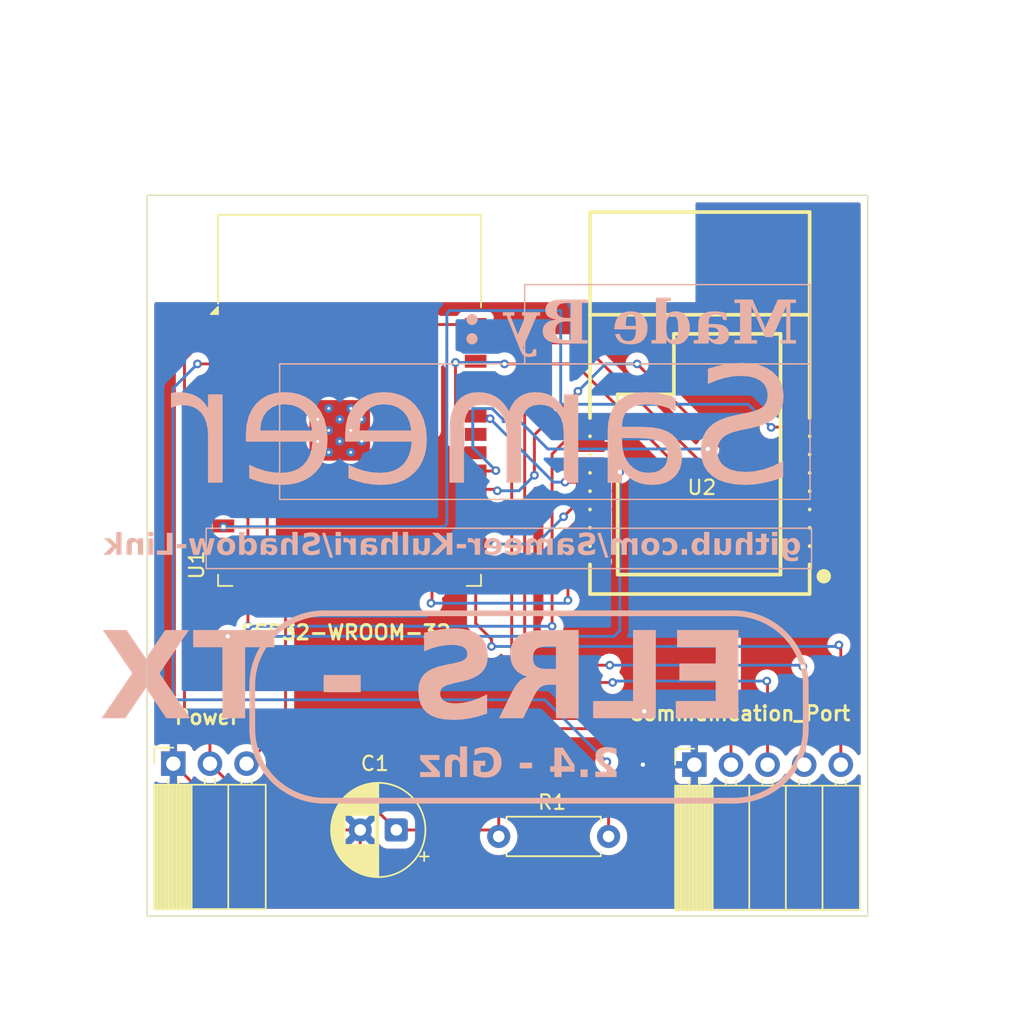
<source format=kicad_pcb>
(kicad_pcb (version 20241229) (generator "pcbnew") (generator_version "9.0")
  (layers (0 "F.Cu" signal) (2 "B.Cu" signal) (13 "F.Paste" user) (15 "B.Paste" user) (5 "F.SilkS" user "F.Silkscreen") (7 "B.SilkS" user "B.Silkscreen") (1 "F.Mask" user) (3 "B.Mask" user) (25 "Edge.Cuts" user))
  (net 0 "")
  (net 1 "GND")
  (net 2 "+3V3")
  (net 3 "/SPORT")
  (net 4 "Net-(U1-EN)")
  (net 5 "Net-(U1-GND-Pad1)")
  (net 6 "/TX")
  (net 7 "/BUSY")
  (net 9 "/SCK")
  (net 10 "/TX_EN")
  (net 11 "/MISO")
  (net 12 "/NRESET")
  (net 13 "/RX")
  (net 15 "/DI02")
  (net 20 "/NSS")
  (net 21 "/BOOT0")
  (net 32 "/MOSI")
  (net 33 "/RX_EN")
  (net 34 "/DI01")
  (footprint "Connector_PinSocket_2.54mm:PinSocket_1x03_P2.54mm_Horizontal" (layer "F.Cu") (at 74.155 101.345 90)
    (property "Reference" "Power" (at 3.22 2.335 180) (layer "F.SilkS") (effects (font (thickness 0.2) (bold yes))))
    (property "Value" "Conn_01x03_Socket" (hide yes))
    (pad "1" thru_hole rect (at 0 0 90) (size 1.7 1.7) (drill 1) (layers "*.Cu" "*.Mask") (net 1 "GND"))
    (pad "2" thru_hole circle (at 0 2.54 90) (size 1.7 1.7) (drill 1) (layers "*.Cu" "*.Mask") (net 2 "+3V3"))
    (pad "3" thru_hole circle (at 0 5.08 90) (size 1.7 1.7) (drill 1) (layers "*.Cu" "*.Mask") (net 3 "/SPORT"))
  )
  (footprint "RF_Module:ESP32-WROOM-32" (layer "F.Cu") (at 86.38 79.135)
    (property "Reference" "U1" (at -10.61 8.43 90) (layer "F.SilkS"))
    (property "Value" "ESP32-WROOM-32" (at -0.26 13.11 0) (layer "F.SilkS") (effects (font (thickness 0.2) (bold yes))))
    (pad "1" smd rect (at -8.75 -8.25) (size 1.5 0.9) (layers "F.Cu" "F.Mask" "F.Paste") (net 5 "Net-(U1-GND-Pad1)"))
    (pad "2" smd rect (at -8.75 -6.98) (size 1.5 0.9) (layers "F.Cu" "F.Mask" "F.Paste") (net 2 "+3V3"))
    (pad "3" smd rect (at -8.75 -5.71) (size 1.5 0.9) (layers "F.Cu" "F.Mask" "F.Paste") (net 4 "Net-(U1-EN)"))
    (pad "4" smd rect (at -8.75 -4.44) (size 1.5 0.9) (layers "F.Cu" "F.Mask" "F.Paste"))
    (pad "5" smd rect (at -8.75 -3.17) (size 1.5 0.9) (layers "F.Cu" "F.Mask" "F.Paste"))
    (pad "6" smd rect (at -8.75 -1.9) (size 1.5 0.9) (layers "F.Cu" "F.Mask" "F.Paste"))
    (pad "7" smd rect (at -8.75 -0.63) (size 1.5 0.9) (layers "F.Cu" "F.Mask" "F.Paste"))
    (pad "8" smd rect (at -8.75 0.64) (size 1.5 0.9) (layers "F.Cu" "F.Mask" "F.Paste"))
    (pad "9" smd rect (at -8.75 1.91) (size 1.5 0.9) (layers "F.Cu" "F.Mask" "F.Paste"))
    (pad "10" smd rect (at -8.75 3.18) (size 1.5 0.9) (layers "F.Cu" "F.Mask" "F.Paste"))
    (pad "11" smd rect (at -8.75 4.45) (size 1.5 0.9) (layers "F.Cu" "F.Mask" "F.Paste") (net 10 "/TX_EN"))
    (pad "12" smd rect (at -8.75 5.72) (size 1.5 0.9) (layers "F.Cu" "F.Mask" "F.Paste") (net 33 "/RX_EN"))
    (pad "13" smd rect (at -8.75 6.99) (size 1.5 0.9) (layers "F.Cu" "F.Mask" "F.Paste") (net 12 "/NRESET"))
    (pad "14" smd rect (at -8.75 8.26) (size 1.5 0.9) (layers "F.Cu" "F.Mask" "F.Paste"))
    (pad "15" smd rect (at -5.71 9.51 90) (size 1.5 0.9) (layers "F.Cu" "F.Mask" "F.Paste") (net 5 "Net-(U1-GND-Pad1)"))
    (pad "16" smd rect (at -4.44 9.51 90) (size 1.5 0.9) (layers "F.Cu" "F.Mask" "F.Paste") (net 3 "/SPORT"))
    (pad "17" smd rect (at -3.17 9.51 90) (size 1.5 0.9) (layers "F.Cu" "F.Mask" "F.Paste"))
    (pad "18" smd rect (at -1.9 9.51 90) (size 1.5 0.9) (layers "F.Cu" "F.Mask" "F.Paste"))
    (pad "19" smd rect (at -0.63 9.51 90) (size 1.5 0.9) (layers "F.Cu" "F.Mask" "F.Paste"))
    (pad "20" smd rect (at 0.64 9.51 90) (size 1.5 0.9) (layers "F.Cu" "F.Mask" "F.Paste"))
    (pad "21" smd rect (at 1.91 9.51 90) (size 1.5 0.9) (layers "F.Cu" "F.Mask" "F.Paste"))
    (pad "22" smd rect (at 3.18 9.51 90) (size 1.5 0.9) (layers "F.Cu" "F.Mask" "F.Paste"))
    (pad "23" smd rect (at 4.45 9.51 90) (size 1.5 0.9) (layers "F.Cu" "F.Mask" "F.Paste"))
    (pad "24" smd rect (at 5.72 9.51 90) (size 1.5 0.9) (layers "F.Cu" "F.Mask" "F.Paste") (net 15 "/DI02"))
    (pad "25" smd rect (at 8.75 8.26) (size 1.5 0.9) (layers "F.Cu" "F.Mask" "F.Paste") (net 21 "/BOOT0"))
    (pad "26" smd rect (at 8.75 6.99) (size 1.5 0.9) (layers "F.Cu" "F.Mask" "F.Paste") (net 34 "/DI01"))
    (pad "27" smd rect (at 8.75 5.72) (size 1.5 0.9) (layers "F.Cu" "F.Mask" "F.Paste"))
    (pad "28" smd rect (at 8.75 4.45) (size 1.5 0.9) (layers "F.Cu" "F.Mask" "F.Paste"))
    (pad "29" smd rect (at 8.75 3.18) (size 1.5 0.9) (layers "F.Cu" "F.Mask" "F.Paste") (net 20 "/NSS"))
    (pad "30" smd rect (at 8.75 1.91) (size 1.5 0.9) (layers "F.Cu" "F.Mask" "F.Paste") (net 9 "/SCK"))
    (pad "31" smd rect (at 8.75 0.64) (size 1.5 0.9) (layers "F.Cu" "F.Mask" "F.Paste") (net 11 "/MISO"))
    (pad "32" smd rect (at 8.75 -0.63) (size 1.5 0.9) (layers "F.Cu" "F.Mask" "F.Paste"))
    (pad "33" smd rect (at 8.75 -1.9) (size 1.5 0.9) (layers "F.Cu" "F.Mask" "F.Paste") (net 7 "/BUSY"))
    (pad "34" smd rect (at 8.75 -3.17) (size 1.5 0.9) (layers "F.Cu" "F.Mask" "F.Paste") (net 13 "/RX"))
    (pad "35" smd rect (at 8.75 -4.44) (size 1.5 0.9) (layers "F.Cu" "F.Mask" "F.Paste") (net 6 "/TX"))
    (pad "36" smd rect (at 8.75 -5.71) (size 1.5 0.9) (layers "F.Cu" "F.Mask" "F.Paste"))
    (pad "37" smd rect (at 8.75 -6.98) (size 1.5 0.9) (layers "F.Cu" "F.Mask" "F.Paste") (net 32 "/MOSI"))
    (pad "38" smd rect (at 8.75 -8.25) (size 1.5 0.9) (layers "F.Cu" "F.Mask" "F.Paste") (net 5 "Net-(U1-GND-Pad1)"))
    (pad "39" smd rect (at -2.205 -2.435) (size 1.05 1.05) (layers "F.Cu" "F.Paste") (net 5 "Net-(U1-GND-Pad1)"))
    (pad "39" thru_hole circle (at -2.205 -1.6725) (size 0.6 0.6) (drill 0.2) (property pad_prop_heatsink) (layers "*.Cu" "F.Mask") (net 5 "Net-(U1-GND-Pad1)"))
    (pad "39" smd rect (at -2.205 -0.91) (size 1.05 1.05) (layers "F.Cu" "F.Paste") (net 5 "Net-(U1-GND-Pad1)"))
    (pad "39" thru_hole circle (at -2.205 -0.1475) (size 0.6 0.6) (drill 0.2) (property pad_prop_heatsink) (layers "*.Cu" "F.Mask") (net 5 "Net-(U1-GND-Pad1)"))
    (pad "39" smd rect (at -2.205 0.615) (size 1.05 1.05) (layers "F.Cu" "F.Paste") (net 5 "Net-(U1-GND-Pad1)"))
    (pad "39" thru_hole circle (at -1.4425 -2.435) (size 0.6 0.6) (drill 0.2) (property pad_prop_heatsink) (layers "*.Cu" "F.Mask") (net 5 "Net-(U1-GND-Pad1)"))
    (pad "39" thru_hole circle (at -1.4425 -0.91) (size 0.6 0.6) (drill 0.2) (property pad_prop_heatsink) (layers "*.Cu" "F.Mask") (net 5 "Net-(U1-GND-Pad1)"))
    (pad "39" thru_hole circle (at -1.4425 0.615) (size 0.6 0.6) (drill 0.2) (property pad_prop_heatsink) (layers "*.Cu" "F.Mask") (net 5 "Net-(U1-GND-Pad1)"))
    (pad "39" smd rect (at -0.68 -2.435) (size 1.05 1.05) (layers "F.Cu" "F.Paste") (net 5 "Net-(U1-GND-Pad1)"))
    (pad "39" thru_hole circle (at -0.68 -1.6725) (size 0.6 0.6) (drill 0.2) (property pad_prop_heatsink) (layers "*.Cu" "F.Mask") (net 5 "Net-(U1-GND-Pad1)"))
    (pad "39" smd rect (at -0.68 -0.91) (size 1.05 1.05) (layers "F.Cu" "F.Paste") (net 5 "Net-(U1-GND-Pad1)"))
    (pad "39" smd rect (at -0.68 -0.91) (size 4.2 4.2) (property pad_prop_heatsink) (layers "F.Cu" "F.Mask") (net 5 "Net-(U1-GND-Pad1)"))
    (pad "39" thru_hole circle (at -0.68 -0.1475) (size 0.6 0.6) (drill 0.2) (property pad_prop_heatsink) (layers "*.Cu" "F.Mask") (net 5 "Net-(U1-GND-Pad1)"))
    (pad "39" smd rect (at -0.68 0.615) (size 1.05 1.05) (layers "F.Cu" "F.Paste") (net 5 "Net-(U1-GND-Pad1)"))
    (pad "39" thru_hole circle (at 0.0825 -2.435) (size 0.6 0.6) (drill 0.2) (property pad_prop_heatsink) (layers "*.Cu" "F.Mask") (net 5 "Net-(U1-GND-Pad1)"))
    (pad "39" thru_hole circle (at 0.0825 -0.91) (size 0.6 0.6) (drill 0.2) (property pad_prop_heatsink) (layers "*.Cu" "F.Mask") (net 5 "Net-(U1-GND-Pad1)"))
    (pad "39" thru_hole circle (at 0.0825 0.615) (size 0.6 0.6) (drill 0.2) (property pad_prop_heatsink) (layers "*.Cu" "F.Mask") (net 5 "Net-(U1-GND-Pad1)"))
    (pad "39" smd rect (at 0.845 -2.435) (size 1.05 1.05) (layers "F.Cu" "F.Paste") (net 5 "Net-(U1-GND-Pad1)"))
    (pad "39" thru_hole circle (at 0.845 -1.6725) (size 0.6 0.6) (drill 0.2) (property pad_prop_heatsink) (layers "*.Cu" "F.Mask") (net 5 "Net-(U1-GND-Pad1)"))
    (pad "39" smd rect (at 0.845 -0.91) (size 1.05 1.05) (layers "F.Cu" "F.Paste") (net 5 "Net-(U1-GND-Pad1)"))
    (pad "39" thru_hole circle (at 0.845 -0.1475) (size 0.6 0.6) (drill 0.2) (property pad_prop_heatsink) (layers "*.Cu" "F.Mask") (net 5 "Net-(U1-GND-Pad1)"))
    (pad "39" smd rect (at 0.845 0.615) (size 1.05 1.05) (layers "F.Cu" "F.Paste") (net 5 "Net-(U1-GND-Pad1)"))
    (zone (net 0) (net_name "") (layers "F.Cu" "B.Cu") (connect_pads (clearance 0)) (min_thickness 0.254)
      (keepout (tracks not_allowed) (vias not_allowed) (pads not_allowed) (copperpour not_allowed) (footprints not_allowed))
      (fill (thermal_gap 0.508) (thermal_bridge_width 0.508))
      (polygon (pts (xy 62.38 69.335) (xy 110.38 69.335) (xy 110.38 48.395) (xy 62.38 48.395)))
    )
  )
  (footprint "Resistor_THT:R_Axial_DIN0207_L6.3mm_D2.5mm_P7.62mm_Horizontal" (layer "F.Cu") (at 96.73 106.395)
    (property "Reference" "R1" (at 3.7 -2.37 0) (layer "F.SilkS"))
    (property "Value" "Resistor")
    (pad "1" thru_hole circle (at 0 0) (size 1.6 1.6) (drill 0.8) (layers "*.Cu" "*.Mask") (net 2 "+3V3"))
    (pad "2" thru_hole circle (at 7.62 0) (size 1.6 1.6) (drill 0.8) (layers "*.Cu" "*.Mask") (net 4 "Net-(U1-EN)"))
  )
  (footprint "E28-2G4M27S:WIRELM-SMD_E28-2G4M2XS" (layer "F.Cu") (at 110.68 82.445 180)
    (property "Reference" "U2" (at -0.14 0.26 0) (layer "F.SilkS"))
    (property "Value" "~")
    (pad "1" smd rect (at -7.6 -4.445 180) (size 2 0.9) (layers "F.Cu" "F.Mask" "F.Paste") (net 2 "+3V3"))
    (pad "2" smd rect (at -7.6 -3.175 180) (size 2 0.9) (layers "F.Cu" "F.Mask" "F.Paste") (net 1 "GND"))
    (pad "3" smd rect (at -7.6 -1.905 180) (size 2 0.9) (layers "F.Cu" "F.Mask" "F.Paste") (net 11 "/MISO"))
    (pad "4" smd rect (at -7.6 -0.635 180) (size 2 0.9) (layers "F.Cu" "F.Mask" "F.Paste") (net 32 "/MOSI"))
    (pad "5" smd rect (at -7.6 0.635 180) (size 2 0.9) (layers "F.Cu" "F.Mask" "F.Paste") (net 9 "/SCK"))
    (pad "6" smd rect (at -7.6 1.905 180) (size 2 0.9) (layers "F.Cu" "F.Mask" "F.Paste") (net 20 "/NSS"))
    (pad "7" smd rect (at -7.6 3.175 180) (size 2 0.9) (layers "F.Cu" "F.Mask" "F.Paste") (net 1 "GND"))
    (pad "8" smd rect (at -7.6 4.445 180) (size 2 0.9) (layers "F.Cu" "F.Mask" "F.Paste") (net 33 "/RX_EN"))
    (pad "9" smd rect (at 7.6 4.445 180) (size 2 0.9) (layers "F.Cu" "F.Mask" "F.Paste") (net 10 "/TX_EN"))
    (pad "10" smd rect (at 7.6 3.175 180) (size 2 0.9) (layers "F.Cu" "F.Mask" "F.Paste") (net 1 "GND"))
    (pad "11" smd rect (at 7.6 1.905 180) (size 2 0.9) (layers "F.Cu" "F.Mask" "F.Paste") (net 12 "/NRESET"))
    (pad "12" smd rect (at 7.6 0.635 180) (size 2 0.9) (layers "F.Cu" "F.Mask" "F.Paste") (net 7 "/BUSY"))
    (pad "13" smd rect (at 7.6 -0.635 180) (size 2 0.9) (layers "F.Cu" "F.Mask" "F.Paste") (net 34 "/DI01"))
    (pad "14" smd rect (at 7.6 -1.905 180) (size 2 0.9) (layers "F.Cu" "F.Mask" "F.Paste") (net 15 "/DI02"))
    (pad "15" smd rect (at 7.6 -3.175 180) (size 2 0.9) (layers "F.Cu" "F.Mask" "F.Paste"))
    (pad "16" smd rect (at 7.6 -4.445 180) (size 2 0.9) (layers "F.Cu" "F.Mask" "F.Paste") (net 1 "GND"))
  )
  (footprint "Capacitor_THT:CP_Radial_D6.3mm_P2.50mm" (layer "F.Cu") (at 89.62238 105.945 180)
    (property "Reference" "C1" (at 1.49 4.61 0) (layer "F.SilkS"))
    (property "Value" "C_Polarized" (hide yes))
    (pad "1" thru_hole roundrect (at 0 0 180) (size 1.6 1.6) (drill 0.8) (layers "*.Cu" "*.Mask") (roundrect_rratio 0.15625) (net 2 "+3V3"))
    (pad "2" thru_hole circle (at 2.5 0 180) (size 1.6 1.6) (drill 0.8) (layers "*.Cu" "*.Mask") (net 1 "GND"))
  )
  (footprint "Connector_PinSocket_2.54mm:PinSocket_1x05_P2.54mm_Horizontal" (layer "F.Cu") (at 110.3 101.415 90)
    (property "Reference" "Communication_Port" (at 3.55 3.13 180) (layer "F.SilkS") (effects (font (thickness 0.2) (bold yes))))
    (property "Value" "Conn_01x05_Socket" (hide yes))
    (pad "1" thru_hole rect (at 0 0 90) (size 1.7 1.7) (drill 1) (layers "*.Cu" "*.Mask") (net 1 "GND"))
    (pad "2" thru_hole circle (at 0 2.54 90) (size 1.7 1.7) (drill 1) (layers "*.Cu" "*.Mask") (net 2 "+3V3"))
    (pad "3" thru_hole circle (at 0 5.08 90) (size 1.7 1.7) (drill 1) (layers "*.Cu" "*.Mask") (net 13 "/RX"))
    (pad "4" thru_hole circle (at 0 7.62 90) (size 1.7 1.7) (drill 1) (layers "*.Cu" "*.Mask") (net 6 "/TX"))
    (pad "5" thru_hole circle (at 0 10.16 90) (size 1.7 1.7) (drill 1) (layers "*.Cu" "*.Mask") (net 21 "/BOOT0"))
  )
  (gr_rect (start 72.33 61.915) (end 122.33 111.915) (stroke (width 0.1)) (fill no) (layer "F.SilkS"))
  (gr_arc (start 84.63 103.915) (mid 81.094466 102.450534) (end 79.63 98.915) (stroke (width 0.4)) (layer "B.SilkS"))
  (gr_arc (start 118.03 98.915) (mid 116.565534 102.450534) (end 113.03 103.915) (stroke (width 0.4)) (layer "B.SilkS"))
  (gr_rect (start 98.53 68.115) (end 118.33 73.615) (stroke (width 0.1)) (fill no) (layer "B.SilkS"))
  (gr_arc (start 113.03 90.915) (mid 116.565534 92.379466) (end 118.03 95.915) (stroke (width 0.4)) (layer "B.SilkS"))
  (gr_rect (start 76.43 85.015) (end 118.43 87.815) (stroke (width 0.1)) (fill no) (layer "B.SilkS"))
  (gr_line (start 79.63 98.915) (end 79.63 95.915) (stroke (width 0.4)) (layer "B.SilkS"))
  (gr_rect (start 81.53 73.615) (end 118.33 83.015) (stroke (width 0.1)) (fill no) (layer "B.SilkS"))
  (gr_line (start 113.03 103.915) (end 84.63 103.915) (stroke (width 0.4)) (layer "B.SilkS"))
  (gr_line (start 118.03 95.915) (end 118.03 98.915) (stroke (width 0.4)) (layer "B.SilkS"))
  (gr_arc (start 79.63 95.915) (mid 81.094466 92.379466) (end 84.63 90.915) (stroke (width 0.4)) (layer "B.SilkS"))
  (gr_line (start 84.63 90.915) (end 113.03 90.915) (stroke (width 0.4)) (layer "B.SilkS"))
  (gr_rect (start 72.33 61.915) (end 122.33 111.915) (stroke (width 0.05)) (fill no) (layer "Edge.Cuts"))
  (gr_text "Sameer" (at 117.23 83.215 0) (layer "B.SilkS") (effects (font (size 8 8) (thickness 0.1)) (justify left bottom mirror)))
  (gr_text "github.com/Sameer-Kulhari/Shadow-Link" (at 117.73 87.115 0) (layer "B.SilkS") (effects (font (size 1.5 1.5) (thickness 0.25) (bold yes)) (justify left bottom mirror)))
  (gr_text "2.4 - Ghz" (at 105.13 102.615 0) (layer "B.SilkS") (effects (font (size 2 2) (thickness 0.4) (bold yes)) (justify left bottom mirror)))
  (gr_text "ELRS - TX" (at 114.13 99.215 0) (layer "B.SilkS") (effects (font (size 6 6) (thickness 0.6) (bold yes)) (justify left bottom mirror)))
  (gr_text "Made By :" (at 117.53 72.715 0) (layer "B.SilkS") (effects (font (size 3 3) (thickness 0.2) (bold yes)) (justify left bottom mirror)))
  (segment (start 87.12238 105.945) (end 87.12238 110.00738) (width 0.2) (layer "F.Cu") (net 1))
  (segment (start 106.485 79.27) (end 106.53 79.315) (width 0.2) (layer "F.Cu") (net 1))
  (segment (start 106.83 86.815) (end 106.755 86.89) (width 0.2) (layer "F.Cu") (net 1))
  (segment (start 106.83 85.915) (end 106.93 85.915) (width 0.2) (layer "F.Cu") (net 1))
  (segment (start 106.83 97.715) (end 106.83 86.815) (width 0.2) (layer "F.Cu") (net 1))
  (segment (start 110.3 101.415) (end 106.73 101.415) (width 0.2) (layer "F.Cu") (net 1))
  (segment (start 87.12238 110.00738) (end 87.33 110.215) (width 0.2) (layer "F.Cu") (net 1))
  (segment (start 107.825 85.62) (end 118.28 85.62) (width 0.2) (layer "F.Cu") (net 1))
  (segment (start 106.83 86.815) (end 106.83 85.915) (width 0.2) (layer "F.Cu") (net 1))
  (segment (start 109.83 110.215) (end 110.3 109.745) (width 0.2) (layer "F.Cu") (net 1))
  (segment (start 106.53 85.515) (end 106.93 85.915) (width 0.2) (layer "F.Cu") (net 1))
  (segment (start 74.155 101.345) (end 78.755 105.945) (width 0.2) (layer "F.Cu") (net 1))
  (segment (start 106.93 85.915) (end 107.53 85.915) (width 0.2) (layer "F.Cu") (net 1))
  (segment (start 78.755 105.945) (end 87.12238 105.945) (width 0.2) (layer "F.Cu") (net 1))
  (segment (start 107.53 85.915) (end 107.825 85.62) (width 0.2) (layer "F.Cu") (net 1))
  (segment (start 110.3 109.745) (end 110.3 101.415) (width 0.2) (layer "F.Cu") (net 1))
  (segment (start 87.33 110.215) (end 109.83 110.215) (width 0.2) (layer "F.Cu") (net 1))
  (segment (start 106.755 86.89) (end 103.08 86.89) (width 0.2) (layer "F.Cu") (net 1))
  (segment (start 106.53 79.315) (end 106.53 85.515) (width 0.2) (layer "F.Cu") (net 1))
  (segment (start 87.12238 105.945) (end 87.26 105.945) (width 0.2) (layer "F.Cu") (net 1))
  (segment (start 103.08 79.27) (end 106.485 79.27) (width 0.2) (layer "F.Cu") (net 1))
  (segment (start 87.26 105.945) (end 87.33 106.015) (width 0.2) (layer "F.Cu") (net 1))
  (via (at 106.83 97.715) (size 0.6) (drill 0.3) (layers "F.Cu" "B.Cu") (net 1))
  (via (at 106.73 101.415) (size 0.6) (drill 0.3) (layers "F.Cu" "B.Cu") (net 1))
  (segment (start 106.73 101.415) (end 106.73 97.815) (width 0.2) (layer "B.Cu") (net 1))
  (segment (start 106.73 97.815) (end 106.83 97.715) (width 0.2) (layer "B.Cu") (net 1))
  (segment (start 76.09 72.155) (end 74.93 73.315) (width 0.2) (layer "F.Cu") (net 2))
  (segment (start 112.93 98.915) (end 112.93 87.115) (width 0.2) (layer "F.Cu") (net 2))
  (segment (start 74.93 73.315) (end 74.93 98.215) (width 0.2) (layer "F.Cu") (net 2))
  (segment (start 112.93 87.115) (end 113.155 86.89) (width 0.2) (layer "F.Cu") (net 2))
  (segment (start 79.33 104.015) (end 87.69238 104.015) (width 0.2) (layer "F.Cu") (net 2))
  (segment (start 113.155 86.89) (end 118.28 86.89) (width 0.2) (layer "F.Cu") (net 2))
  (segment (start 112.84 99.005) (end 112.84 101.415) (width 0.2) (layer "F.Cu") (net 2))
  (segment (start 96.73 106.395) (end 96.73 98.915) (width 0.2) (layer "F.Cu") (net 2))
  (segment (start 89.62238 105.945) (end 96.28 105.945) (width 0.2) (layer "F.Cu") (net 2))
  (segment (start 77.63 72.155) (end 76.09 72.155) (width 0.2) (layer "F.Cu") (net 2))
  (segment (start 76.695 101.345) (end 79.33 103.98) (width 0.2) (layer "F.Cu") (net 2))
  (segment (start 74.93 98.215) (end 76.695 99.98) (width 0.2) (layer "F.Cu") (net 2))
  (segment (start 96.28 105.945) (end 96.73 106.395) (width 0.2) (layer "F.Cu") (net 2))
  (segment (start 79.33 103.98) (end 79.33 104.015) (width 0.2) (layer "F.Cu") (net 2))
  (segment (start 112.93 98.915) (end 112.84 99.005) (width 0.2) (layer "F.Cu") (net 2))
  (segment (start 76.695 99.98) (end 76.695 101.345) (width 0.2) (layer "F.Cu") (net 2))
  (segment (start 87.69238 104.015) (end 89.62238 105.945) (width 0.2) (layer "F.Cu") (net 2))
  (segment (start 96.73 98.915) (end 112.93 98.915) (width 0.2) (layer "F.Cu") (net 2))
  (segment (start 79.235 101.345) (end 81.94 98.64) (width 0.2) (layer "F.Cu") (net 3))
  (segment (start 81.94 98.64) (end 81.94 88.645) (width 0.2) (layer "F.Cu") (net 3))
  (segment (start 104.35 101.335) (end 104.23 101.215) (width 0.2) (layer "F.Cu") (net 4))
  (segment (start 75.83 73.615) (end 77.44 73.615) (width 0.2) (layer "F.Cu") (net 4))
  (segment (start 77.44 73.615) (end 77.63 73.425) (width 0.2) (layer "F.Cu") (net 4))
  (segment (start 104.35 106.395) (end 104.35 101.335) (width 0.2) (layer "F.Cu") (net 4))
  (via (at 104.23 101.215) (size 0.6) (drill 0.3) (layers "F.Cu" "B.Cu") (net 4))
  (via (at 75.83 73.615) (size 0.6) (drill 0.3) (layers "F.Cu" "B.Cu") (net 4))
  (segment (start 104.23 101.215) (end 99.93 96.915) (width 0.2) (layer "B.Cu") (net 4))
  (segment (start 74.13 75.315) (end 75.83 73.615) (width 0.2) (layer "B.Cu") (net 4))
  (segment (start 74.13 96.915) (end 74.13 75.315) (width 0.2) (layer "B.Cu") (net 4))
  (segment (start 99.93 96.915) (end 74.13 96.915) (width 0.2) (layer "B.Cu") (net 4))
  (segment (start 81.02 78.225) (end 80.67 78.575) (width 0.2) (layer "F.Cu") (net 5))
  (segment (start 92.13 78.215) (end 92.13 70.815) (width 0.2) (layer "F.Cu") (net 5))
  (segment (start 92.23 70.715) (end 92.4 70.885) (width 0.2) (layer "F.Cu") (net 5))
  (segment (start 85.7 70.885) (end 77.63 70.885) (width 0.2) (layer "F.Cu") (net 5))
  (segment (start 80.67 78.575) (end 80.67 88.645) (width 0.2) (layer "F.Cu") (net 5))
  (segment (start 85.7 78.225) (end 92.12 78.225) (width 0.2) (layer "F.Cu") (net 5))
  (segment (start 85.7 78.225) (end 81.02 78.225) (width 0.2) (layer "F.Cu") (net 5))
  (segment (start 92.13 70.815) (end 92.23 70.715) (width 0.2) (layer "F.Cu") (net 5))
  (segment (start 92.12 78.225) (end 92.13 78.215) (width 0.2) (layer "F.Cu") (net 5))
  (segment (start 92.4 70.885) (end 95.13 70.885) (width 0.2) (layer "F.Cu") (net 5))
  (segment (start 85.7 78.225) (end 85.7 70.885) (width 0.2) (layer "F.Cu") (net 5))
  (segment (start 117.92 94.705) (end 117.83 94.615) (width 0.2) (layer "F.Cu") (net 6))
  (segment (start 104.43 94.515) (end 98.53 94.515) (width 0.2) (layer "F.Cu") (net 6))
  (segment (start 98.53 77.145) (end 96.08 74.695) (width 0.2) (layer "F.Cu") (net 6))
  (segment (start 117.92 101.415) (end 117.92 94.705) (width 0.2) (layer "F.Cu") (net 6))
  (segment (start 96.08 74.695) (end 95.13 74.695) (width 0.2) (layer "F.Cu") (net 6))
  (segment (start 98.53 94.515) (end 98.53 77.145) (width 0.2) (layer "F.Cu") (net 6))
  (via (at 104.43 94.515) (size 0.6) (drill 0.3) (layers "F.Cu" "B.Cu") (net 6))
  (via (at 117.83 94.615) (size 0.6) (drill 0.3) (layers "F.Cu" "B.Cu") (net 6))
  (segment (start 117.73 94.515) (end 104.43 94.515) (width 0.2) (layer "B.Cu") (net 6))
  (segment (start 117.83 94.615) (end 117.73 94.515) (width 0.2) (layer "B.Cu") (net 6))
  (segment (start 95.95 77.235) (end 96.13 77.415) (width 0.2) (layer "F.Cu") (net 7))
  (segment (start 101.33 81.815) (end 103.075 81.815) (width 0.2) (layer "F.Cu") (net 7))
  (segment (start 103.075 81.815) (end 103.08 81.81) (width 0.2) (layer "F.Cu") (net 7))
  (segment (start 95.13 77.235) (end 95.95 77.235) (width 0.2) (layer "F.Cu") (net 7))
  (via (at 101.33 81.815) (size 0.6) (drill 0.3) (layers "F.Cu" "B.Cu") (net 7))
  (via (at 96.13 77.415) (size 0.6) (drill 0.3) (layers "F.Cu" "B.Cu") (net 7))
  (segment (start 96.13 77.415) (end 100.53 81.815) (width 0.2) (layer "B.Cu") (net 7))
  (segment (start 100.53 81.815) (end 101.33 81.815) (width 0.2) (layer "B.Cu") (net 7))
  (segment (start 118.28 81.81) (end 113.525 81.81) (width 0.2) (layer "F.Cu") (net 9))
  (segment (start 113.525 81.81) (end 111.23 79.515) (width 0.2) (layer "F.Cu") (net 9))
  (segment (start 96.5 81.045) (end 96.53 81.015) (width 0.2) (layer "F.Cu") (net 9))
  (segment (start 95.13 81.045) (end 96.5 81.045) (width 0.2) (layer "F.Cu") (net 9))
  (via (at 96.53 81.015) (size 0.6) (drill 0.3) (layers "F.Cu" "B.Cu") (net 9))
  (via (at 111.23 79.515) (size 0.6) (drill 0.3) (layers "F.Cu" "B.Cu") (net 9))
  (segment (start 97.03 77.465057) (end 96.279943 76.715) (width 0.2) (layer "B.Cu") (net 9))
  (segment (start 94.93 79.415) (end 96.53 81.015) (width 0.2) (layer "B.Cu") (net 9))
  (segment (start 100.13 79.515) (end 98.23 77.615) (width 0.2) (layer "B.Cu") (net 9))
  (segment (start 111.23 79.515) (end 100.13 79.515) (width 0.2) (layer "B.Cu") (net 9))
  (segment (start 94.93 76.715) (end 94.93 79.415) (width 0.2) (layer "B.Cu") (net 9))
  (segment (start 98.23 77.615) (end 97.03 77.615) (width 0.2) (layer "B.Cu") (net 9))
  (segment (start 96.279943 76.715) (end 94.93 76.715) (width 0.2) (layer "B.Cu") (net 9))
  (segment (start 97.03 77.615) (end 97.03 77.465057) (width 0.2) (layer "B.Cu") (net 9))
  (segment (start 79.33 84.335) (end 78.58 83.585) (width 0.2) (layer "F.Cu") (net 10))
  (segment (start 103.08 78) (end 102.298 78) (width 0.2) (layer "F.Cu") (net 10))
  (segment (start 102.298 78) (end 100.43 79.868) (width 0.2) (layer "F.Cu") (net 10))
  (segment (start 100.43 79.868) (end 100.43 91.815) (width 0.2) (layer "F.Cu") (net 10))
  (segment (start 78.58 83.585) (end 77.63 83.585) (width 0.2) (layer "F.Cu") (net 10))
  (segment (start 79.33 91.815) (end 79.33 84.335) (width 0.2) (layer "F.Cu") (net 10))
  (via (at 100.43 91.815) (size 0.6) (drill 0.3) (layers "F.Cu" "B.Cu") (net 10))
  (via (at 79.33 91.815) (size 0.6) (drill 0.3) (layers "F.Cu" "B.Cu") (net 10))
  (segment (start 100.43 91.815) (end 79.33 91.815) (width 0.2) (layer "B.Cu") (net 10))
  (segment (start 94.598 79.775) (end 93.73 78.907) (width 0.2) (layer "F.Cu") (net 11))
  (segment (start 95.13 79.775) (end 94.598 79.775) (width 0.2) (layer "F.Cu") (net 11))
  (segment (start 112.765 84.35) (end 118.28 84.35) (width 0.2) (layer "F.Cu") (net 11))
  (segment (start 93.73 78.907) (end 93.73 73.515) (width 0.2) (layer "F.Cu") (net 11))
  (segment (start 97.13 73.615) (end 102.03 73.615) (width 0.2) (layer "F.Cu") (net 11))
  (segment (start 102.03 73.615) (end 112.765 84.35) (width 0.2) (layer "F.Cu") (net 11))
  (segment (start 93.73 73.515) (end 93.83 73.515) (width 0.2) (layer "F.Cu") (net 11))
  (via (at 93.73 73.515) (size 0.6) (drill 0.3) (layers "F.Cu" "B.Cu") (net 11))
  (via (at 93.73 73.515) (size 0.6) (drill 0.3) (layers "F.Cu" "B.Cu") (net 11))
  (via (at 97.13 73.615) (size 0.6) (drill 0.3) (layers "F.Cu" "B.Cu") (net 11))
  (segment (start 97.03 73.515) (end 97.13 73.615) (width 0.2) (layer "B.Cu") (net 11))
  (segment (start 93.73 73.515) (end 97.03 73.515) (width 0.2) (layer "B.Cu") (net 11))
  (segment (start 76.68 86.125) (end 76.33 86.475) (width 0.2) (layer "F.Cu") (net 12))
  (segment (start 104.555 80.54) (end 105.13 81.115) (width 0.2) (layer "F.Cu") (net 12))
  (segment (start 76.33 92.515) (end 77.93 92.515) (width 0.2) (layer "F.Cu") (net 12))
  (segment (start 76.33 86.475) (end 76.33 92.515) (width 0.2) (layer "F.Cu") (net 12))
  (segment (start 103.08 80.54) (end 104.555 80.54) (width 0.2) (layer "F.Cu") (net 12))
  (segment (start 77.63 86.125) (end 76.68 86.125) (width 0.2) (layer "F.Cu") (net 12))
  (via (at 77.93 92.515) (size 0.6) (drill 0.3) (layers "F.Cu" "B.Cu") (net 12))
  (via (at 105.13 81.115) (size 0.6) (drill 0.3) (layers "F.Cu" "B.Cu") (net 12))
  (segment (start 105.13 92.115) (end 105.13 81.115) (width 0.2) (layer "B.Cu") (net 12))
  (segment (start 77.93 92.515) (end 104.73 92.515) (width 0.2) (layer "B.Cu") (net 12))
  (segment (start 104.73 92.515) (end 105.13 92.115) (width 0.2) (layer "B.Cu") (net 12))
  (segment (start 115.38 95.665) (end 115.33 95.615) (width 0.2) (layer "F.Cu") (net 13))
  (segment (start 104.63 95.715) (end 97.63 95.715) (width 0.2) (layer "F.Cu") (net 13))
  (segment (start 115.38 101.415) (end 115.38 95.665) (width 0.2) (layer "F.Cu") (net 13))
  (segment (start 97.63 77.515) (end 96.08 75.965) (width 0.2) (layer "F.Cu") (net 13))
  (segment (start 96.08 75.965) (end 95.13 75.965) (width 0.2) (layer "F.Cu") (net 13))
  (segment (start 97.63 95.715) (end 97.63 77.515) (width 0.2) (layer "F.Cu") (net 13))
  (via (at 104.63 95.715) (size 0.6) (drill 0.3) (layers "F.Cu" "B.Cu") (net 13))
  (via (at 115.33 95.615) (size 0.6) (drill 0.3) (layers "F.Cu" "B.Cu") (net 13))
  (segment (start 104.73 95.615) (end 104.63 95.715) (width 0.2) (layer "B.Cu") (net 13))
  (segment (start 115.33 95.615) (end 104.73 95.615) (width 0.2) (layer "B.Cu") (net 13))
  (segment (start 101.53 90.015) (end 101.53 85.118) (width 0.2) (layer "F.Cu") (net 15))
  (segment (start 92.1 88.645) (end 92.1 90.145) (width 0.2) (layer "F.Cu") (net 15))
  (segment (start 92.1 90.145) (end 92.03 90.215) (width 0.2) (layer "F.Cu") (net 15))
  (segment (start 101.53 85.118) (end 102.298 84.35) (width 0.2) (layer "F.Cu") (net 15))
  (segment (start 102.298 84.35) (end 103.08 84.35) (width 0.2) (layer "F.Cu") (net 15))
  (via (at 101.53 90.015) (size 0.6) (drill 0.3) (layers "F.Cu" "B.Cu") (net 15))
  (via (at 92.03 90.215) (size 0.6) (drill 0.3) (layers "F.Cu" "B.Cu") (net 15))
  (segment (start 101.33 90.215) (end 101.53 90.015) (width 0.2) (layer "B.Cu") (net 15))
  (segment (start 92.03 90.215) (end 101.33 90.215) (width 0.2) (layer "B.Cu") (net 15))
  (segment (start 102.23 75.515) (end 99.205735 78.539265) (width 0.2) (layer "F.Cu") (net 20))
  (segment (start 113.255 80.54) (end 106.33 73.615) (width 0.2) (layer "F.Cu") (net 20))
  (segment (start 118.28 80.54) (end 113.255 80.54) (width 0.2) (layer "F.Cu") (net 20))
  (segment (start 95.13 82.315) (end 96.53 82.315) (width 0.2) (layer "F.Cu") (net 20))
  (segment (start 99.205735 78.539265) (end 99.205735 81.339265) (width 0.2) (layer "F.Cu") (net 20))
  (segment (start 96.53 82.315) (end 96.63 82.415) (width 0.2) (layer "F.Cu") (net 20))
  (via (at 99.205735 81.339265) (size 0.6) (drill 0.3) (layers "F.Cu" "B.Cu") (net 20))
  (via (at 102.23 75.515) (size 0.6) (drill 0.3) (layers "F.Cu" "B.Cu") (net 20))
  (via (at 96.63 82.415) (size 0.6) (drill 0.3) (layers "F.Cu" "B.Cu") (net 20))
  (via (at 106.33 73.615) (size 0.6) (drill 0.3) (layers "F.Cu" "B.Cu") (net 20))
  (segment (start 99.205735 81.339265) (end 98.13 82.415) (width 0.2) (layer "B.Cu") (net 20))
  (segment (start 106.33 73.615) (end 104.13 73.615) (width 0.2) (layer "B.Cu") (net 20))
  (segment (start 98.13 82.415) (end 96.63 82.415) (width 0.2) (layer "B.Cu") (net 20))
  (segment (start 104.13 73.615) (end 102.23 75.515) (width 0.2) (layer "B.Cu") (net 20))
  (segment (start 96.23 92.715) (end 95.13 91.615) (width 0.2) (layer "F.Cu") (net 21))
  (segment (start 120.46 101.415) (end 120.46 93.245) (width 0.2) (layer "F.Cu") (net 21))
  (segment (start 120.46 93.245) (end 120.33 93.115) (width 0.2) (layer "F.Cu") (net 21))
  (segment (start 96.23 93.215) (end 96.23 92.715) (width 0.2) (layer "F.Cu") (net 21))
  (segment (start 95.13 91.615) (end 95.13 87.395) (width 0.2) (layer "F.Cu") (net 21))
  (via (at 120.33 93.115) (size 0.6) (drill 0.3) (layers "F.Cu" "B.Cu") (net 21))
  (via (at 96.23 93.215) (size 0.6) (drill 0.3) (layers "F.Cu" "B.Cu") (net 21))
  (segment (start 120.23 93.215) (end 96.23 93.215) (width 0.2) (layer "B.Cu") (net 21))
  (segment (start 120.33 93.115) (end 120.23 93.215) (width 0.2) (layer "B.Cu") (net 21))
  (segment (start 113.395 83.08) (end 118.28 83.08) (width 0.2) (layer "F.Cu") (net 32))
  (segment (start 95.13 72.155) (end 102.47 72.155) (width 0.2) (layer "F.Cu") (net 32))
  (segment (start 102.47 72.155) (end 113.395 83.08) (width 0.2) (layer "F.Cu") (net 32))
  (segment (start 77.63 84.855) (end 77.63 84.915) (width 0.2) (layer "F.Cu") (net 33))
  (segment (start 118.28 78) (end 115.645 78) (width 0.2) (layer "F.Cu") (net 33))
  (segment (start 115.645 78) (end 115.63 78.015) (width 0.2) (layer "F.Cu") (net 33))
  (via (at 115.63 78.015) (size 0.6) (drill 0.3) (layers "F.Cu" "B.Cu") (net 33))
  (via (at 77.63 84.915) (size 0.6) (drill 0.3) (layers "F.Cu" "B.Cu") (net 33))
  (segment (start 115.63 78.015) (end 114.03 76.415) (width 0.2) (layer "B.Cu") (net 33))
  (segment (start 114.03 76.415) (end 101.03 76.415) (width 0.2) (layer "B.Cu") (net 33))
  (segment (start 92.93 84.915) (end 77.63 84.915) (width 0.2) (layer "B.Cu") (net 33))
  (segment (start 101.03 76.415) (end 101.03 69.915) (width 0.2) (layer "B.Cu") (net 33))
  (segment (start 93.13 84.715) (end 92.93 84.915) (width 0.2) (layer "B.Cu") (net 33))
  (segment (start 93.33 69.915) (end 93.13 70.115) (width 0.2) (layer "B.Cu") (net 33))
  (segment (start 101.03 69.915) (end 93.33 69.915) (width 0.2) (layer "B.Cu") (net 33))
  (segment (start 93.13 70.115) (end 93.13 84.715) (width 0.2) (layer "B.Cu") (net 33))
  (segment (start 95.13 86.125) (end 96.42 86.125) (width 0.2) (layer "F.Cu") (net 34))
  (segment (start 101.23 84.215) (end 102.365 83.08) (width 0.2) (layer "F.Cu") (net 34))
  (segment (start 102.365 83.08) (end 103.08 83.08) (width 0.2) (layer "F.Cu") (net 34))
  (segment (start 96.42 86.125) (end 96.43 86.115) (width 0.2) (layer "F.Cu") (net 34))
  (via (at 96.43 86.115) (size 0.6) (drill 0.3) (layers "F.Cu" "B.Cu") (net 34))
  (via (at 101.23 84.215) (size 0.6) (drill 0.3) (layers "F.Cu" "B.Cu") (net 34))
  (segment (start 99.33 86.115) (end 101.23 84.215) (width 0.2) (layer "B.Cu") (net 34))
  (segment (start 96.43 86.115) (end 99.33 86.115) (width 0.2) (layer "B.Cu") (net 34))
  (zone (net 1) (net_name "GND") (layers "F.Cu" "B.Cu") (connect_pads (clearance 0.5)) (min_thickness 0.25) (fill yes (thermal_gap 0.5) (thermal_bridge_width 0.5))
    (polygon (pts (xy 62.38 50.215) (xy 132.63 50.015) (xy 132.23 119.215) (xy 62.13 119.415)))
  )
)
</source>
